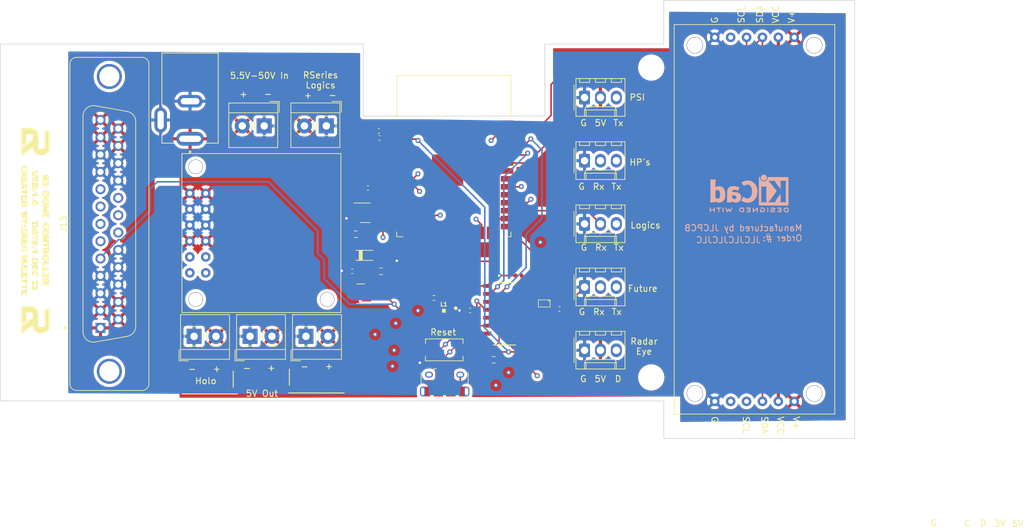
<source format=kicad_pcb>
(kicad_pcb (version 20211014) (generator pcbnew)
  (title_block (title "Dome Controller") (date "2022-12-01") (rev "2.0") (company "Created by: Greg Hulette") (comment 1 "- Controls Radar Eye LEDs") (comment 2 "- Controls Serial Comms to other devices") (comment 3 "- Controls Dome Panel Servos") (comment 4 "- Accepts ESP-NOW messages"))
  (layers (0 "F.Cu" signal) (1 "In1.Cu" signal) (2 "In2.Cu" signal) (31 "B.Cu" signal) (34 "B.Paste" user) (35 "F.Paste" user) (36 "B.SilkS" user "B.Silkscreen") (37 "F.SilkS" user "F.Silkscreen") (38 "B.Mask" user) (39 "F.Mask" user) (44 "Edge.Cuts" user))
  (net 0 "")
  (net 1 "RX_FU")
  (net 2 "GND")
  (net 3 "+3.3V")
  (net 4 "VIN")
  (net 5 "VBUS")
  (net 8 "D-")
  (net 9 "D+")
  (net 11 "unconnected-(J1-Pad6)")
  (net 12 "SCL")
  (net 13 "SDA")
  (net 14 "+5V")
  (net 15 "RX_RS")
  (net 16 "TX_RS")
  (net 17 "CL_D")
  (net 18 "Net-(R3-Pad1)")
  (net 19 "ST_LED_D")
  (net 24 "TX_HP")
  (net 25 "RX_HP")
  (net 26 "TX_FU")
  (net 27 "TX_PSI")
  (net 35 "GPIO0")
  (net 39 "TXD0")
  (net 40 "RXD0")
  (net 49 "DTR")
  (net 50 "RTS")
  (net 52 "RESET")
  (net 57 "+12V")
  (net 58 "Net-(L1-Pad3)")
  (net 62 "unconnected-(J13-Pad0)")
  (footprint "MountingHole:MountingHole_3.2mm_M3" (layer "F.Cu") (at 48.75 106.25)
    (fp_text reference "REF**" hide)
    (fp_text value "MountingHole_3.2mm_M3" hide)
  )
  (footprint "TerminalBlock_4Ucon:TerminalBlock_4Ucon_1x02_P3.50mm_Horizontal" (layer "F.Cu") (at 75.96 99.686)
    (fp_text reference "J7" hide)
    (fp_text value "HP" hide)
  )
  (footprint "Capacitor_SMD:C_0402_1005Metric" (layer "F.Cu") (at 101.214 89.292)
    (fp_text reference "C5" hide)
    (fp_text value "1uF" hide)
  )
  (footprint "Custom:UMT6" (layer "F.Cu") (at 131.901 94.4278 -90)
    (fp_text reference "U5" hide)
    (fp_text value "UMH3N" hide)
  )
  (footprint "Custom:WS2812B-2020" (layer "F.Cu") (at 115.866 96.195)
    (fp_text reference "L1")
    (fp_text value "WS2812B-2020")
  )
  (footprint "Custom:XKB_DC-005-5A-2.0" (layer "F.Cu") (at 75.314 62.124 -90)
    (fp_text reference "J14" hide)
    (fp_text value "DC-005-5A-2.0" hide)
  )
  (footprint "Resistor_SMD:R_0603_1608Metric" (layer "F.Cu") (at 101.788 83.374 180)
    (fp_text reference "R3" hide)
    (fp_text value "100K" hide)
  )
  (footprint "Capacitor_SMD:C_0402_1005Metric" (layer "F.Cu") (at 134.336 95.314)
    (fp_text reference "C1" hide)
    (fp_text value "100nF" hide)
  )
  (footprint "Capacitor_SMD:C_0402_1005Metric" (layer "F.Cu") (at 120.068 95.556 180)
    (fp_text reference "C4" hide)
    (fp_text value "10uF" hide)
  )
  (footprint "Connector_Molex:Molex_KK-254_AE-6410-03A_1x03_P2.54mm_Vertical" (layer "F.Cu") (at 138.342 81.723)
    (fp_text reference "J4" hide)
    (fp_text value "SERIAL_RS" hide)
  )
  (footprint "Connector_USB:USB_Micro-B_Amphenol_10118194_Horizontal" (layer "F.Cu") (at 115.988 107.208)
    (fp_text reference "J1" hide)
    (fp_text value "USB_B_Micro" hide)
  )
  (footprint "Capacitor_SMD:C_0402_1005Metric" (layer "F.Cu") (at 105.572 68.002 180)
    (fp_text reference "C3" hide)
    (fp_text value "100nF" hide)
  )
  (footprint "Resistor_SMD:R_0603_1608Metric" (layer "F.Cu") (at 105.834 89.3)
    (fp_text reference "R2" hide)
    (fp_text value "100K" hide)
  )
  (footprint "Connector_Molex:Molex_KK-254_AE-6410-03A_1x03_P2.54mm_Vertical" (layer "F.Cu") (at 138.342 61.534)
    (fp_text reference "J10" hide)
    (fp_text value "SERIAL_PSI" hide)
  )
  (footprint "Capacitor_SMD:C_0402_1005Metric" (layer "F.Cu") (at 103.736 75.998 180)
    (fp_text reference "C7" hide)
    (fp_text value "1uF" hide)
  )
  (footprint "Capacitor_SMD:C_0402_1005Metric" (layer "F.Cu") (at 105.48 66.878 180)
    (fp_text reference "C2" hide)
    (fp_text value "10uF" hide)
  )
  (footprint "TerminalBlock_4Ucon:TerminalBlock_4Ucon_1x02_P3.50mm_Horizontal" (layer "F.Cu") (at 84.899 99.686)
    (fp_text reference "J9" hide)
    (fp_text value "5V Out" hide)
  )
  (footprint "Connector_Molex:Molex_KK-254_AE-6410-03A_1x03_P2.54mm_Vertical" (layer "F.Cu") (at 138.342 91.8175)
    (fp_text reference "J11" hide)
    (fp_text value "SERIAL_FU" hide)
  )
  (footprint "RF_Module:ESP32-WROOM-32" (layer "F.Cu") (at 117.456 73.892)
    (fp_text reference "U1" hide)
    (fp_text value "ESP32-WROOM-32D_16MB_" hide)
  )
  (footprint "Custom:SOIC127P600X180-16N" (layer "F.Cu") (at 125.551 96.08)
    (fp_text reference "U4" hide)
    (fp_text value "CH340C" hide)
  )
  (footprint "TerminalBlock_4Ucon:TerminalBlock_4Ucon_1x02_P3.50mm_Horizontal" (layer "F.Cu") (at 93.838 99.686)
    (fp_text reference "J8" hide)
    (fp_text value "5V Out 2" hide)
  )
  (footprint "Pololu:D36V50F5-STEPDOWN" (layer "F.Cu") (at 86.709 83.191 -90)
    (fp_text reference "U6" hide)
    (fp_text value "D36V50F5-STEPDOWN")
  )
  (footprint "Capacitor_SMD:C_0402_1005Metric" (layer "F.Cu") (at 127.808 89.98 180)
    (fp_text reference "C6" hide)
    (fp_text value "100nF" hide)
  )
  (footprint "Package_TO_SOT_SMD:SOT-23" (layer "F.Cu") (at 102.58 92.866 180)
    (fp_text reference "U2" hide)
    (fp_text value "CJ2301_S1" hide)
  )
  (footprint "TerminalBlock_4Ucon:TerminalBlock_4Ucon_1x02_P3.50mm_Horizontal" (layer "F.Cu") (at 87.16 66.064 180)
    (fp_text reference "J5" hide)
    (fp_text value "12IN" hide)
  )
  (footprint "Package_TO_SOT_SMD:SOT-23-5" (layer "F.Cu") (at 103.316 79.95)
    (fp_text reference "U3" hide)
    (fp_text value "ME6211C33M5G" hide)
  )
  (footprint "MountingHole:MountingHole_3.2mm_M3" (layer "F.Cu") (at 48.75 56.75)
    (fp_text reference "REF**" hide)
    (fp_text value "MountingHole_3.2mm_M3" hide)
  )
  (footprint "Custom:SOD3716X135N" (layer "F.Cu") (at 103.1825 86.7425)
    (fp_text reference "CR1" hide)
    (fp_text value "B5819W-TP" hide)
  )
  (footprint "Custom:PCA9685" (layer "F.Cu") (at 165.494 80.994 90)
    (fp_text reference "U7" hide)
    (fp_text value "PCA9685")
  )
  (footprint "MountingHole:MountingHole_3.2mm_M3" (layer "F.Cu") (at 149 106.25)
    (fp_text reference "REF**" hide)
    (fp_text value "MountingHole_3.2mm_M3" hide)
  )
  (footprint "Logos:R2_Logo_V2" (layer "F.Cu") (at 50.262 97.092 -90)
    (fp_text reference "G***" hide)
    (fp_text value "LOGO" hide)
  )
  (footprint "TerminalBlock_4Ucon:TerminalBlock_4Ucon_1x02_P3.50mm_Horizontal" (layer "F.Cu") (at 97.086 66.06 180)
    (fp_text reference "J6" hide)
    (fp_text value "RSeries Logics" hide)
  )
  (footprint "Resistor_SMD:R_0402_1005Metric" (layer "F.Cu") (at 114.274 93.558)
    (fp_text reference "R4" hide)
    (fp_text value "220" hide)
  )
  (footprint "Connector_Dsub:DSUB-25_Male_Vertical_P2.77x2.84mm_MountingHoles" (layer "F.Cu") (at 61.003338 98.342 90)
    (fp_text reference "J13")
    (fp_text value "DB25_Male_MountingHoles")
  )
  (footprint "Logos:R2_Logo_V2" (layer "F.Cu") (at 50.262 68.644 -90)
    (fp_text reference "G***" hide)
    (fp_text value "LOGO" hide)
  )
  (footprint "Connector_Molex:Molex_KK-254_AE-6410-03A_1x03_P2.54mm_Vertical" (layer "F.Cu") (at 138.342 71.6285)
    (fp_text reference "J12" hide)
    (fp_text value "SERIAL_HP" hide)
  )
  (footprint "Logos:Dome_Controller_V2" (layer "F.Cu") (at 50.75179 82.614 -90)
    (fp_text reference "G***" hide)
    (fp_text value "LOGO" hide)
  )
  (footprint "MountingHole:MountingHole_3.2mm_M3" (layer "F.Cu") (at 149 56.75)
    (fp_text reference "REF**" hide)
    (fp_text value "MountingHole_3.2mm_M3" hide)
  )
  (footprint "Resistor_SMD:R_0603_1608Metric" (layer "F.Cu") (at 123.832 103.44 180)
    (fp_text reference "R1" hide)
    (fp_text value "10K" hide)
  )
  (footprint "Custom:TS-1101S-B-B-B-W-A" (layer "F.Cu") (at 115.927 101.841)
    (fp_text reference "SW1" hide)
    (fp_text value "SW_Push" hide)
  )
  (footprint "Connector_Molex:Molex_KK-254_AE-6410-03A_1x03_P2.54mm_Vertical" (layer "F.Cu") (at 138.342 101.912)
    (fp_text reference "J16" hide)
    (fp_text value "RadarEye" hide)
  )
  (footprint "Symbol:KiCad-Logo2_5mm_SilkScreen" (layer "B.Cu") (at 164.64 76.842 180)
    (fp_text reference "REF**" hide)
    (fp_text value "KiCad-Logo2_5mm_SilkScreen" hide)
  )
  (gr_line (start 91.18 104.92) (end 91.18 107.5) (layer "F.SilkS") (width 0.15))
  (gr_line (start 82.89 108.89) (end 74.02 108.89) (layer "F.SilkS") (width 0.15))
  (gr_line (start 82.21 105.23) (end 82.21 107.81) (layer "F.SilkS") (width 0.15))
  (gr_line (start 99.935 108.73) (end 91.065 108.73) (layer "F.SilkS") (width 0.15))
  (gr_line (start 103 53) (end 103 64.5) (layer "Edge.Cuts") (width 0.1))
  (gr_line locked (start 151 46) (end 181.5 46) (layer "Edge.Cuts") (width 0.1))
  (gr_line (start 181.5 46) (end 181.5 116) (layer "Edge.Cuts") (width 0.1))
  (gr_line (start 132 53) (end 151 53) (layer "Edge.Cuts") (width 0.1))
  (gr_line (start 151 116) (end 181.5 116) (layer "Edge.Cuts") (width 0.1))
  (gr_line (start 151 110) (end 45 110) (layer "Edge.Cuts") (width 0.1))
  (gr_line locked (start 45 53) (end 103 53) (layer "Edge.Cuts") (width 0.1))
  (gr_line (start 45 110) (end 45 53) (layer "Edge.Cuts") (width 0.1))
  (gr_line (start 151 46) (end 151 53) (layer "Edge.Cuts") (width 0.1))
  (gr_line (start 103 64.5) (end 132 64.5) (layer "Edge.Cuts") (width 0.1))
  (gr_line (start 151 110) (end 151 116) (layer "Edge.Cuts") (width 0.1))
  (gr_line (start 132 64.5) (end 132 53) (layer "Edge.Cuts") (width 0.1))
  (gr_text "Manufactured by JLCPCB\nOrder #:" (at 173.2 83.182) (layer "B.SilkS") (effects (font (size 1 1)) (justify left mirror)))
  (gr_text "JLCJLCJLCJLC" (at 161.3 84.292) (layer "B.SilkS") (effects (font (size 1 1)) (justify mirror)))
  (gr_text "VCC" (at 169.642 113.898571 270) (layer "F.SilkS") (effects (font (size 1 1))))
  (gr_text "SDA" (at 167.102 113.874762 270) (layer "F.SilkS") (effects (font (size 1 1))))
  (gr_text "SCL" (at 163.386 48.276381 90) (layer "F.SilkS") (effects (font (size 1 1))))
  (gr_text "Radar\nEye" (at 147.844 101.3) (layer "F.SilkS") (effects (font (size 1 1))))
  (gr_text "Tx" (at 143.734 65.596) (layer "F.SilkS") (effects (font (size 1 1))))
  (gr_text "5V Out" (at 86.8 108.81) (layer "F.SilkS") (effects (font (size 1 1))))
  (gr_text "Holo" (at 77.82 106.81) (layer "F.SilkS") (effects (font (size 1 1))))
  (gr_text "V+" (at 171.42 48.609714 90) (layer "F.SilkS") (effects (font (size 1 1))))
  (gr_text "SDA" (at 166.34 48.252571 90) (layer "F.SilkS") (effects (font (size 1 1))))
  (gr_text "Tx" (at 143.797714 85.49) (layer "F.SilkS") (effects (font (size 1 1))))
  (gr_text "+" (at 79.58 105.01 180) (layer "F.SilkS") (effects (font (size 1 1))))
  (gr_text "+" (at 83.85 60.99) (layer "F.SilkS") (effects (font (size 1 1))))
  (gr_text "-" (at 84.4 104.89 180) (layer "F.SilkS") (effects (font (size 1 1))))
  (gr_text "-" (at 87.76 60.96) (layer "F.SilkS") (effects (font (size 1 1))))
  (gr_text "5V" (at 140.893048 65.596) (layer "F.SilkS") (effects (font (size 1 1))))
  (gr_text "+" (at 94.16 61.18) (layer "F.SilkS") (effects (font (size 1 1))))
  (gr_text "5V" (at 207.529238 129.61) (layer "F.SilkS") (effects (font (size 1 1))))
  (gr_text "G" (at 159.142 112.97 270) (layer "F.SilkS") (effects (font (size 1 1))))
  (gr_text "D" (at 202.014 129.55) (layer "F.SilkS") (effects (font (size 1 1))))
  (gr_text "+" (at 88.31 104.86 180) (layer "F.SilkS") (effects (font (size 1 1))))
  (gr_text "D" (at 143.701714 106.49) (layer "F.SilkS") (effects (font (size 1 1))))
  (gr_text "G" (at 194.134 129.53) (layer "F.SilkS") (effects (font (size 1 1))))
  (gr_text "PSI" (at 146.762 61.5) (layer "F.SilkS") (effects (font (size 1 1))))
  (gr_text "Rx" (at 140.581048 75.756) (layer "F.SilkS") (effects (font (size 1 1))))
  (gr_text "V+" (at 172.182 113.517619 270) (layer "F.SilkS") (effects (font (size 1 1))))
  (gr_text "HP's" (at 147.201142 71.876) (layer "F.SilkS") (effects (font (size 1 1))))
  (gr_text "Tx" (at 143.422 75.756) (layer "F.SilkS") (effects (font (size 1 1))))
  (gr_text "5V" (at 140.860762 106.49) (layer "F.SilkS") (effects (font (size 1 1))))
  (gr_text "G" (at 159.142 49.157333 90) (layer "F.SilkS") (effects (font (size 1 1))))
  (gr_text "Tx" (at 143.475714 95.772) (layer "F.SilkS") (effects (font (size 1 1))))
  (gr_text "G" (at 138.178286 65.596) (layer "F.SilkS") (effects (font (size 1 1))))
  (gr_text "5.5V-50V In" (at 86.4 58.03) (layer "F.SilkS") (effects (font (size 1 1))))
  (gr_text "RSeries\nLogics" (at 96.16 58.76) (layer "F.SilkS") (effects (font (size 1 1))))
  (gr_text "3V" (at 204.704952 129.57) (layer "F.SilkS") (effects (font (size 1 1))))
  (gr_text "Logics" (at 148.075428 81.946) (layer "F.SilkS") (effects (font (size 1 1))))
  (gr_text "Rx" (at 140.634762 95.772) (layer "F.SilkS") (effects (font (size 1 1))))
  (gr_text "G" (at 137.866286 75.756) (layer "F.SilkS") (effects (font (size 1 1))))
  (gr_text "Rx" (at 140.956762 85.49) (layer "F.SilkS") (effects (font (size 1 1))))
  (gr_text "Future" (at 147.63 92.054) (layer "F.SilkS") (effects (font (size 1 1))))
  (gr_text "VCC" (at 168.88 48.228762 90) (layer "F.SilkS") (effects (font (size 1 1))))
  (gr_text "G" (at 137.92 95.772) (layer "F.SilkS") (effects (font (size 1 1))))
  (gr_text "-" (at 75.67 105.04 180) (layer "F.SilkS") (effects (font (size 1 1))))
  (gr_text "+" (at 97.53 104.6 180) (layer "F.SilkS") (effects (font (size 1 1))))
  (gr_text "Reset" (at 115.762 99.028) (layer "F.SilkS") (effects (font (size 1 1))))
  (gr_text "G" (at 138.146 106.49) (layer "F.SilkS") (effects (font (size 1 1))))
  (gr_text "SCL" (at 164.148 113.850952 270) (layer "F.SilkS") (effects (font (size 1 1))))
  (gr_text "-" (at 98.07 61.15) (layer "F.SilkS") (effects (font (size 1 1))))
  (gr_text "G" (at 138.242 85.49) (layer "F.SilkS") (effects (font (size 1 1))))
  (gr_text "-" (at 93.62 104.63 180) (layer "F.SilkS") (effects (font (size 1 1))))
  (gr_text "C" (at 199.484 129.6) (layer "F.SilkS") (effects (font (size 1 1))))
  (segment (start 128.199 75.797) (end 128.24 75.756) (width 0.25) (layer "F.Cu") (net 1))
  (segment (start 125.956 75.797) (end 128.199 75.797) (width 0.25) (layer "F.Cu") (net 1))
  (via (at 128.24 75.756) (size 0.8) (drill 0.4) (layers "F.Cu" "B.Cu") (net 1))
  (segment (start 100.734 89.292) (end 100.66 89.218) (width 0.25) (layer "F.Cu") (net 2))
  (segment (start 111.706 65.637) (end 108.956 65.637) (width 0.25) (layer "F.Cu") (net 2))
  (segment (start 117.288 106.682022) (end 117.288 105.808) (width 0.25) (layer "F.Cu") (net 2))
  (segment (start 111.741 84.218) (end 108.3465 87.6125) (width 0.25) (layer "F.Cu") (net 2))
  (segment (start 119.577 95.545) (end 118.357 95.545) (width 0.25) (layer "F.Cu") (net 2))
  (segment (start 124.684 89.98) (end 124.456 89.98) (width 0.25) (layer "F.Cu") (net 2))
  (segment (start 124.456 89.98) (end 122.801 91.635) (width 0.25) (layer "F.Cu") (net 2))
  (segment (start 105 66.74) (end 104.32 66.06) (width 0.25) (layer "F.Cu") (net 2))
  (segment (start 108.3465 87.6125) (end 106.659 89.3) (width 0.25) (layer "F.Cu") (net 2))
  (segment (start 104.32 66.06) (end 106.10893 66.06) (width 0.25) (layer "F.Cu") (net 2))
  (segment (start 112.027 106.279) (end 112.555511 106.807511) (width 0.25) (layer "F.Cu") (net 2))
  (segment (start 103.256 69.838) (end 105.092 68.002) (width 0.25) (layer "F.Cu") (net 2))
  (segment (start 111.741 81.841) (end 116.456 77.126) (width 0.25) (layer "F.Cu") (net 2))
  (segment (start 122.357 65.637) (end 125.956 65.637) (width 0.25) (layer "F.Cu") (net 2))
  (segment (start 105.092 66.97) (end 105 66.878) (width 0.25) (layer "F.Cu") (net 2))
  (segment (start 116.456 77.126) (end 116.456 73.137) (width 0.25) (layer "F.Cu") (net 2))
  (segment (start 106.10893 66.06) (end 106.53193 65.637) (width 0.25) (layer "F.Cu") (net 2))
  (segment (start 101.186 79.95) (end 100.3 80.836) (width 0.25) (layer "F.Cu") (net 2))
  (segment (start 112.027 103.907) (end 112.027 106.279) (width 0.25) (layer "F.Cu") (net 2))
  (segment (start 100.66 89.218) (end 99.538 89.218) (width 0.25) (layer "F.Cu") (net 2))
  (segment (start 112.555511 106.807511) (end 117.162511 106.807511) (width 0.25) (layer "F.Cu") (net 2))
  (segment (start 127.328 89.98) (end 124.684 89.98) (width 0.25) (layer "F.Cu") (net 2))
  (segment (start 105.092 68.002) (end 105.092 66.97) (width 0.25) (layer "F.Cu") (net 2))
  (segment (start 134.8455 95.314) (end 138.342 91.8175) (width 0.25) (layer "F.Cu") (net 2))
  (segment (start 97.086 66.06) (end 104.32 66.06) (width 0.25) (layer "F.Cu") (net 2))
  (segment (start 117.162511 106.807511) (end 117.288 106.682022) (width 0.25) (layer "F.Cu") (net 2))
  (segment (start 122.801 91.635) (end 121.251 91.635) (width 0.25) (layer "F.Cu") (net 2))
  (segment (start 111.741 83.147) (end 111.741 81.841) (width 0.25) (layer "F.Cu") (net 2))
  (segment (start 119.588 95.556) (end 119.577 95.545) (width 0.25) (layer "F.Cu") (net 2))
  (segment (start 112.027 101.841) (end 112.027 103.907) (width 0.25) (layer "F.Cu") (net 2))
  (segment (start 134.816 95.314) (end 134.8455 95.314) (width 0.25) (layer "F.Cu") (net 2))
  (segment (start 106.53193 65.637) (end 108.956 65.637) (width 0.25) (layer "F.Cu") (net 2))
  (segment (start 116.456 71.538) (end 122.357 65.637) (width 0.25) (layer "F.Cu") (net 2))
  (segment (start 111.741 83.147) (end 111.741 84.218) (width 0.25) (layer "F.Cu") (net 2))
  (segment (start 121.251 91.635) (end 119.588 93.298) (width 0.25) (layer "F.Cu") (net 2))
  (segment (start 116.456 73.137) (end 116.456 70.387) (width 0.25) (layer "F.Cu") (net 2))
  (segment (start 118.357 95.545) (end 116.881 95.545) (width 0.25) (layer "F.Cu") (net 2))
  (segment (start 116.456 70.387) (end 111.706 65.637) (width 0.25) (layer "F.Cu") (net 2))
  (segment (start 119.588 93.298) (end 119.588 95.556) (width 0.25) (layer "F.Cu") (net 2))
  (segment (start 116.456 73.137) (end 116.456 71.538) (width 0.25) (layer "F.Cu") (net 2))
  (segment (start 103.256 75.998) (end 103.256 69.838) (width 0.25) (layer "F.Cu") (net 2))
  (segment (start 102.1785 79.95) (end 101.186 79.95) (width 0.25) (layer "F.Cu") (net 2))
  (segment (start 105 66.878) (end 105 66.74) (width 0.25) (layer "F.Cu") (net 2))
  (via (at 112.027 103.907) (size 0.8) (drill 0.4) (layers "F.Cu" "B.Cu") (net 2))
  (via (at 108.3465 87.6125) (size 0.8) (drill 0.4) (layers "F.Cu" "B.Cu") (net 2))
  (via (at 118.357 95.545) (size 0.8) (drill 0.4) (layers "F.Cu" "B.Cu") (net 2))
  (via (at 124.684 89.98) (size 0.8) (drill 0.4) (layers "F.Cu" "B.Cu") (net 2))
  (via (at 100.3 80.836) (size 0.8) (drill 0.4) (layers "F.Cu" "B.Cu") (net 2))
  (via (at 99.538 89.218) (size 0.8) (drill 0.4) (layers "F.Cu" "B.Cu") (net 2))
  (segment (start 104.4535 76.2355) (end 104.4535 79) (width 0.25) (layer "F.Cu") (net 3))
  (segment (start 106.142 80.6885) (end 106.142 83.884) (width 0.25) (layer "F.Cu") (net 3))
  (segment (start 122.529 95.445) (end 121.128 94.044) (width 0.25) (layer "F.Cu") (net 3))
  (segment (start 106.904 75.756) (end 106.904 67.709) (width 0.25) (layer "F.Cu") (net 3))
  (segment (start 104.4535 79) (end 104.4535 78.2065) (width 0.25) (layer "F.Cu") (net 3))
  (segment (start 121.128 94.976) (end 120.548 95.556) (width 0.25) (layer "F.Cu") (net 3))
  (segment (start 128.301 89.993) (end 128.288 89.98) (width 0.25) (layer "F.Cu") (net 3))
  (segment (start 104.216 75.998) (end 104.4535 76.2355) (width 0.25) (layer "F.Cu") (net 3))
  (segment (start 106.904 67.709) (end 107.706 66.907) (width 0.25) (layer "F.Cu") (net 3))
  (segment (start 124.657 103.44) (end 128.238 103.44) (width 0.254) (layer "F.Cu") (net 3))
  (segment (start 127.855 91.635) (end 124.045 95.445) (width 0.25) (layer "F.Cu") (net 3))
  (segment (start 169.304 51.911) (end 169.304 110.077) (width 0.5) (layer "F.Cu") (net 3))
  (segment (start 107.706 66.907) (end 108.956 66.907) (width 0.25) (layer "F.Cu") (net 3))
  (segment (start 105.989 66.907) (end 105.96 66.878) (width 0.25) (layer "F.Cu") (net 3))
  (segment (start 128.301 91.635) (end 128.301 89.993) (width 0.25) (layer "F.Cu") (net 3))
  (segment (start 104.4535 79) (end 106.142 80.6885) (width 0.25) (layer "F.Cu") (net 3))
  (segment (start 128.238 103.44) (end 130.78 105.982) (width 0.254) (layer "F.Cu") (net 3))
  (segment (start 121.128 94.044) (end 121.128 94.976) (width 0.25) (layer "F.Cu") (net 3))
  (segment (start 108.956 66.907) (end 105.989 66.907) (width 0.25) (layer "F.Cu") (net 3))
  (segment (start 107.147 66.907) (end 106.052 68.002) (width 0.25) (layer "F.Cu") (net 3))
  (segment (start 124.045 95.445) (end 122.801 95.445) (width 0.25) (layer "F.Cu") (net 3))
  (segment (start 104.4535 78.2065) (end 106.904 75.756) (width 0.25) (layer "F.Cu") (net 3))
  (segment (start 128.301 91.635) (end 127.855 91.635) (width 0.25) (layer "F.Cu") (net 3))
  (segment (start 122.801 95.445) (end 122.529 95.445) (width 0.25) (layer "F.Cu") (net 3))
  (segment (start 108.956 66.907) (end 107.147 66.907) (width 0.25) (layer "F.Cu") (net 3))
  (via (at 121.128 94.044) (size 0.8) (drill 0.4) (layers "F.Cu" "B.Cu") (net 3))
  (via (at 106.142 83.884) (size 0.8) (drill 0.4) (layers "F.Cu" "B.Cu") (net 3))
  (via (at 130.78 105.982) (size 0.8) (drill 0.4) (layers "F.Cu" "B.Cu") (net 3))
  (segment (start 102.1785 79) (end 99.85 79) (width 0.25) (layer "F.Cu") (net 4))
  (segment (start 99.538 82.106) (end 100.806 83.374) (width 0.25) (layer "F.Cu") (net 4))
  (segment (start 101.5442 83.9552) (end 101.5442 86.7425) (width 0.25) (layer "F.Cu") (net 4))
  (segment (start 103.5175 91.1155) (end 101.694 89.292) (width 0.25) (layer "F.Cu") (net 4))
  (segment (start 101.5442 86.7425) (end 101.5442 89.1422) (width 0.25) (layer "F.Cu") (net 4))
  (segment (start 100.806 83.374) (end 100.963 83.374) (width 0.25) (layer "F.Cu") (net 4))
  (segment (start 99.538 79.312) (end 99.538 82.106) (width 0.25) (layer "F.Cu") (net 4))
  (segment (start 100.963 83.374) (end 101.5442 83.9552) (width 0.25) (layer "F.Cu") (net 4))
  (segment (start 101.5442 89.1422) (end 101.694 89.292) (width 0.25) (layer "F.Cu") (net 4))
  (segment (start 99.85 79) (end 99.538 79.312) (width 0.25) (layer "F.Cu") (net 4))
  (segment (start 103.5175 91.916) (end 103.5175 91.1155) (width 0.25) (layer "F.Cu") (net 4))
  (segment (start 104.8208 86.7425) (end 104.8208 89.1118) (width 0.25) (layer "F.Cu") (net 5))
  (segment (start 114.688 101.32) (end 107.92 94.552) (width 0.25) (layer "F.Cu") (net 5))
  (segment (start 104.338 93.816) (end 105.38 92.774) (width 0.25) (layer "F.Cu") (net 5))
  (segment (start 114.688 105.808) (end 114.688 101.32) (width 0.25) (layer "F.Cu") (net 5))
  (segment (start 103.5175 93.816) (end 104.338 93.816) (width 0.25) (layer "F.Cu") (net 5))
  (segment (start 104.8208 89.1118) (end 105.009 89.3) (width 0.25) (layer "F.Cu") (net 5))
  (segment (start 107.184 93.816) (end 103.5175 93.816) (width 0.25) (layer "F.Cu") (net 5))
  (segment (start 105.38 92.774) (end 105.38 89.671) (width 0.25) (layer "F.Cu") (net 5))
  (segment (start 105.38 89.671) (end 105.009 89.3) (width 0.25) (layer "F.Cu") (net 5))
  (segment (start 107.92 94.552) (end 107.184 93.816) (width 0.25) (layer "F.Cu") (net 5))
  (via (at 107.92 94.552) (size 0.8) (drill 0.4) (layers "F.Cu" "B.Cu") (net 5))
  (segment (start 95.728 82.868) (end 95.728 86.435443) (width 0.254) (layer "B.Cu") (net 5))
  (segment (start 64.309955 84.233511) (end 68.92 79.623466) (width 0.254) (layer "B.Cu") (net 5))
  (segment (start 68.92 79.623466) (end 68.92 76.148) (width 0.254) (layer "B.Cu") (net 5))
  (segment (start 70.074 74.994) (end 87.854 74.994) (width 0.254) (layer "B.Cu") (net 5))
  (segment (start 63.893699 84.233511) (end 64.309955 84.233511) (width 0.254) (layer "B.Cu") (net 5))
  (segment (start 96.744 87.451443) (end 96.744 90.488) (width 0.254) (layer "B.Cu") (net 5))
  (segment (start 68.92 76.148) (end 70.074 74.994) (width 0.254) (layer "B.Cu") (net 5))
  (segment (start 95.728 86.435443) (end 96.744 87.451443) (width 0.254) (layer "B.Cu") (net 5))
  (segment (start 87.854 74.994) (end 95.728 82.868) (width 0.254) (layer "B.Cu") (net 5))
  (segment (start 96.744 90.488) (end 100.808 94.552) (width 0.254) (layer "B.Cu") (net 5))
  (segment (start 61.003338 87.262) (end 61.003338 87.123872) (width 0.254) (layer "B.Cu") (net 5))
  (segment (start 100.808 94.552) (end 107.92 94.552) (width 0.254) (layer "B.Cu") (net 5))
  (segment (start 61.003338 87.123872) (end 63.893699 84.233511) (width 0.254) (layer "B.Cu") (net 5))
  (segment (start 119.092 97.985) (end 122.801 97.985) (width 0.2) (layer "F.Cu") (net 8))
  (segment (start 116.1115 100.9655) (end 119.092 97.985) (width 0.2) (layer "F.Cu") (net 8))
  (segment (start 115.338 105.808) (end 115.338 101.739) (width 0.2) (layer "F.Cu") (net 8))
  (segment (start 115.338 101.739) (end 116.1115 100.9655) (width 0.2) (layer "F.Cu") (net 8))
  (via (at 116.1115 100.9655) (size 0.8) (drill 0.4) (layers "F.Cu" "B.Cu") (net 8))
  (segment (start 123.16 102.172) (end 124.684 100.648) (width 0.2) (layer "F.Cu") (net 9))
  (segment (start 121.636 101.664) (end 122.144 102.172) (width 0.2) (layer "F.Cu") (net 9))
  (segment (start 124.684 97.6) (end 123.799 96.715) (width 0.2) (layer "F.Cu") (net 9))
  (segment (start 121.636 100.902) (end 121.636 101.664) (width 0.2) (layer "F.Cu") (net 9))
  (segment (start 120.874 100.14) (end 121.636 100.902) (width 0.2) (layer "F.Cu") (net 9))
  (segment (start 115.988 102.994) (end 116.81 102.172) (width 0.2) (layer "F.Cu") (net 9))
  (segment (start 118.842 100.14) (end 120.874 100.14) (width 0.2) (layer "F.Cu") (net 9))
  (segment (start 116.81 102.172) (end 118.842 100.14) (width 0.2) (layer "F.Cu") (net 9))
  (segment (start 124.684 100.648) (end 124.684 97.6) (width 0.2) (layer "F.Cu") (net 9))
  (segment (start 115.988 105.808) (end 115.988 102.994) (width 0.2) (layer "F.Cu") (net 9))
  (segment (start 122.144 102.172) (end 123.16 102.172) (width 0.2) (layer "F.Cu") (net 9))
  (segment (start 123.799 96.715) (end 122.801 96.715) (width 0.2) (layer "F.Cu") (net 9))
  (via (at 116.81 102.172) (size 0.8) (drill 0.4) (layers "F.Cu" "B.Cu") (net 9))
  (segment (start 116.988 108.508) (end 114.988 108.508) (width 0.254) (layer "F.Cu") (net 11))
  (segment (start 114.988 108.508) (end 113.088 108.508) (width 0.254) (layer "F.Cu") (net 11))
  (segment (start 119.488 108.508) (end 116.988 108.508) (width 0.254) (layer "F.Cu") (net 11))
  (segment (start 118.488 105.808) (end 118.488 107.508) (width 0.254) (layer "F.Cu") (net 11))
  (segment (start 118.488 107.508) (end 119.488 108.508) (width 0.254) (layer "F.Cu") (net 11))
  (segment (start 164.224 53.488) (end 164.224 51.911) (width 0.25) (layer "F.Cu") (net 12))
  (segment (start 144.80848 57.78048) (end 147.798 60.77) (width 0.25) (layer "F.Cu") (net 12))
  (segment (start 129.51 66.612) (end 130.78 66.612) (width 0.25) (layer "F.Cu") (net 12))
  (segment (start 132.99948 59.438803) (end 134.657803 57.78048) (width 0.25) (layer "F.Cu") (net 12))
  (segment (start 147.798 60.77) (end 156.942 60.77) (width 0.25) (layer "F.Cu") (net 12))
  (segment (start 134.657803 57.78048) (end 144.80848 57.78048) (width 0.25) (layer "F.Cu") (net 12))
  (segment (start 156.942 60.77) (end 164.224 53.488) (width 0.25) (layer "F.Cu") (net 12))
  (segment (start 125.956 68.177) (end 127.945 68.177) (width 0.25) (layer "F.Cu") (net 12))
  (segment (start 132.99948 64.39252) (end 132.99948 59.438803) (width 0.25) (layer "F.Cu") (net 12))
  (segment (start 127.945 68.177) (end 129.51 66.612) (width 0.25) (layer "F.Cu") (net 12))
  (segment (start 130.78 66.612) (end 132.99948 64.39252) (width 0.25) (layer "F.Cu") (net 12))
  (segment (start 125.956 71.987) (end 129.215 71.987) (width 0.25) (layer "F.Cu") (net 13))
  (segment (start 129.215 71.987) (end 133.828 67.374) (width 0.25) (layer "F.Cu") (net 13))
  (segment (start 166.764 110.077) (end 166.764 51.911) (width 0.254) (layer "F.Cu") (net 13))
  (segment (start 147.798 61.532) (end 157.143 61.532) (width 0.25) (layer "F.Cu") (net 13))
  (segment (start 133.828 67.374) (end 133.828 59.246) (width 0.25) (layer "F.Cu") (net 13))
  (segment (start 133.828 59.246) (end 134.844 58.23) (width 0.25) (layer "F.Cu") (net 13))
  (segment (start 134.844 58.23) (end 144.496 58.23) (width 0.25) (layer "F.Cu") (net 13))
  (segment (start 144.496 58.23) (end 147.798 61.532) (width 0.25) (layer "F.Cu") (net 13))
  (segment (start 157.143 61.532) (end 166.764 51.911) (width 0.25) (layer "F.Cu") (net 13))
  (via (at 111.73 95.568) (size 0.8) (drill 0.4) (layers "F.Cu" "B.Cu") (net 14))
  (via (at 126.208 105.474) (size 0.8) (drill 0.4) (layers "F.Cu" "B.Cu") (net 14))
  (via (at 107.92 101.918) (size 0.8) (drill 0.4) (layers "F.Cu" "B.Cu") (net 14))
  (via (at 124.176 107.506) (size 0.8) (drill 0.4) (layers "F.Cu" "B.Cu") (net 14))
  (via (at 107.666 104.458) (size 0.8) (drill 0.4) (layers "F.Cu" "B.Cu") (net 14))
  (via (at 108.174 97.6) (size 0.8) (drill 0.4) (layers "F.Cu" "B.Cu") (net 14))
  (via (at 104.872 99.378) (size 0.8) (drill 0.4) (layers "F.Cu" "B.Cu") (net 14))
  (via (at 131.288 84.646) (size 0.8) (drill 0.4) (layers "F.Cu" "B.Cu") (net 14))
  (segment (start 125.956 79.607) (end 138.766 79.607) (width 0.25) (layer "F.Cu") (net 15))
  (segment (start 138.766 79.607) (end 140.882 81.723) (width 0.25) (layer "F.Cu") (net 15))
  (segment (start 121.901 81.863) (end 121.001 80.963) (width 0.25) (layer "F.Cu") (net 16))
  (segment (start 121.901 83.147) (end 121.901 81.863) (width 0.25) (layer "F.Cu") (net 16))
  (via (at 121.001 80.963) (size 0.8) (drill 0.4) (layers "F.Cu" "B.Cu") (net 16))
  (segment (start 124.897 66.907) (end 123.414 68.39) (width 0.25) (layer "F.Cu") (net 17))
  (segment (start 125.956 66.907) (end 124.897 66.907) (width 0.25) (layer "F.Cu") (net 17))
  (via (at 123.414 68.39) (size 0.8) (drill 0.4) (layers "F.Cu" "B.Cu") (net 17))
  (segment (start 102.613 83.374) (end 102.613 81.3345) (width 0.25) (layer "F.Cu") (net 18))
  (segment (start 102.613 81.3345) (end 102.1785 80.9) (width 0.25) (layer "F.Cu") (net 18))
  (segment (start 124.631489 86.730511) (end 124.631489 81.142511) (width 0.25) (layer "F.Cu") (net 19))
  (segment (start 124.631489 81.142511) (end 124.897 80.877) (width 0.25) (layer "F.Cu") (net 19))
  (segment (start 119.628 87.694) (end 123.668 87.694) (width 0.25) (layer "F.Cu") (net 19))
  (segment (start 113.764 93.558) (end 119.628 87.694) (width 0.25) (layer "F.Cu") (net 19))
  (segment (start 123.668 87.694) (end 124.631489 86.730511) (width 0.25) (layer "F.Cu") (net 19))
  (segment (start 124.897 80.877) (end 125.956 80.877) (width 0.25) (layer "F.Cu") (net 19))
  (segment (start 110.927 74.527) (end 111.73 73.724) (width 0.25) (layer "F.Cu") (net 24))
  (segment (start 108.956 74.527) (end 110.927 74.527) (width 0.25) (layer "F.Cu") (net 24))
  (via (at 111.73 73.724) (size 0.8) (drill 0.4) (layers "F.Cu" "B.Cu") (net 24))
  (segment (start 111.263 75.797) (end 111.984 76.518) (width 0.25) (layer "F.Cu") (net 25))
  (segment (start 108.956 75.797) (end 111.263 75.797) (width 0.25) (layer "F.Cu") (net 25))
  (via (at 111.984 76.518) (size 0.8) (drill 0.4) (layers "F.Cu" "B.Cu") (net 25))
  (segment (start 125.956 78.337) (end 129.215 78.337) (width 0.25) (layer "F.Cu") (net 26))
  (segment (start 129.215 78.337) (end 129.764 77.788) (width 0.25) (layer "F.Cu") (net 26))
  (via (at 129.764 77.788) (size 0.8) (drill 0.4) (layers "F.Cu" "B.Cu") (net 26))
  (segment (start 113.011 83.147) (end 113.011 81.897) (width 0.25) (layer "F.Cu") (net 27))
  (segment (start 114.58 80.328) (end 115.286 80.328) (width 0.25) (layer "F.Cu") (net 27))
  (segment (start 113.011 81.897) (end 114.58 80.328) (width 0.25) (layer "F.Cu") (net 27))
  (via (at 115.286 80.328) (size 0.8) (drill 0.4) (layers "F.Cu" "B.Cu") (net 27))
  (segment (start 131.251 93.5028) (end 131.251 87.442) (width 0.25) (layer "F.Cu") (net 35))
  (segment (start 131.251 87.442) (end 125.956 82.147) (width 0.25) (layer "F.Cu") (net 35))
  (segment (start 123.537 94.175) (end 125.954 91.758) (width 0.25) (layer "F.Cu") (net 39))
  (segment (start 122.801 94.175) (end 123.537 94.175) (width 0.25) (layer "F.Cu") (net 39))
  (segment (start 128.453 69.447) (end 129.764 68.136) (width 0.25) (layer "F.Cu") (net 39))
  (segment (start 125.956 69.447) (end 128.453 69.447) (width 0.25) (layer "F.Cu") (net 39))
  (via (at 125.954 91.758) (size 0.8) (drill 0.4) (layers "F.Cu" "B.Cu") (net 39))
  (via (at 129.764 68.136) (size 0.8) (drill 0.4) (layers "F.Cu" "B.Cu") (net 39))
  (segment (start 129.002 88.71) (end 129.002 83.376) (width 0.25) (layer "B.Cu") (net 39))
  (segment (start 131.542 80.836) (end 131.542 69.914) (width 0.25) (layer "B.Cu") (net 39))
  (segment (start 129.002 83.376) (end 131.542 80.836) (width 0.25) (layer "B.Cu") (net 39))
  (segment (start 131.542 69.914) (end 129.764 68.136) (width 0.25) (layer "B.Cu") (net 39))
  (segment (start 125.954 91.758) (end 129.002 88.71) (width 0.25) (layer "B.Cu") (net 39))
  (segment (start 122.801 92.905) (end 123.283 92.905) (width 0.25) (layer "F.Cu") (net 40))
  (segment (start 123.283 92.905) (end 124.43 91.758) (width 0.25) (layer "F.Cu") (net 40))
  (segment (start 128.961 70.717) (end 129.256 70.422) (width 0.25) (layer "F.Cu") (net 40))
  (segment (start 125.956 70.717) (end 128.961 70.717) (width 0.25) (layer "F.Cu") (net 40))
  (via (at 124.43 91.758) (size 0.8) (drill 0.4) (layers "F.Cu" "B.Cu") (net 40))
  (via (at 129.256 70.422) (size 0.8) (drill 0.4) (layers "F.Cu" "B.Cu") (net 40))
  (segment (start 125.446 74.232) (end 129.256 70.422) (width 0.25) (layer "B.Cu") (net 40))
  (segment (start 124.43 91.758) (end 125.446 90.742) (width 0.25) (layer "B.Cu") (net 40))
  (segment (start 125.446 90.742) (end 125.446 74.232) (width 0.25) (layer "B.Cu") (net 40))
  (segment (start 131.251 94.589) (end 131.901 93.939) (width 0.25) (layer "F.Cu") (net 49))
  (segment (start 128.301 95.445) (end 128.3932 95.3528) (width 0.25) (layer "F.Cu") (net 49))
  (segment (start 131.251 95.3528) (end 131.251 94.589) (width 0.25) (layer "F.Cu") (net 49))
  (segment (start 128.3932 95.3528) (end 131.251 95.3528) (width 0.25) (layer "F.Cu") (net 49))
  (segment (start 131.901 93.939) (end 131.901 93.5028) (width 0.25) (layer "F.Cu") (net 49))
  (segment (start 131.901 95.3528) (end 131.901 94.574718) (width 0.25) (layer "F.Cu") (net 50))
  (segment (start 126.716 95.635115) (end 126.716 101.41) (width 0.25) (layer "F.Cu") (net 50))
  (segment (start 128.176115 94.175) (end 126.716 95.635115) (width 0.25) (layer "F.Cu") (net 50))
  (segment (start 131.901 99.781) (end 131.901 95.3528) (width 0.25) (layer "F.Cu") (net 50))
  (segment (start 130.018 101.664) (end 131.901 99.781) (width 0.25) (layer "F.Cu") (net 50))
  (segment (start 128.301 94.175) (end 128.176115 94.175) (width 0.25) (layer "F.Cu") (net 50))
  (segment (start 132.551 93.924718) (end 132.551 93.5028) (width 0.25) (layer "F.Cu") (net 50))
  (segment (start 126.97 101.664) (end 130.018 101.664) (width 0.25) (layer "F.Cu") (net 50))
  (segment (start 131.901 94.574718) (end 132.551 93.924718) (width 0.25) (layer "F.Cu") (net 50))
  (segment (start 126.716 101.41) (end 126.97 101.664) (width 0.25) (layer "F.Cu") (net 50))
  (segment (start 108.956 68.177) (end 111.517 68.177) (width 0.25) (layer "F.Cu") (net 52))
  (segment (start 123.922 102.172) (end 126.208 102.172) (width 0.25) (layer "F.Cu") (net 52))
  (segment (start 133.8172 95.3528) (end 133.856 95.314) (width 0.25) (layer "F.Cu") (net 52))
  (segment (start 132.558 100.14) (end 132.551 100.133) (width 0.25) (layer "F.Cu") (net 52))
  (segment (start 123.007 103.44) (end 123.007 103.087) (width 0.25) (layer "F.Cu") (net 52))
  (segment (start 121.426 103.44) (end 119.827 101.841) (width 0.25) (layer "F.Cu") (net 52))
  (segment (start 123.007 103.087) (end 123.922 102.172) (width 0.25) (layer "F.Cu") (net 52))
  (segment (start 132.551 100.133) (end 132.551 95.3528) (width 0.25) (layer "F.Cu") (net 52))
  (segment (start 123.007 103.44) (end 121.426 103.44) (width 0.25) (layer "F.Cu") (net 52))
  (segment (start 130.526 102.172) (end 132.558 100.14) (width 0.25) (layer "F.Cu") (net 52))
  (segment (start 111.517 68.177) (end 111.73 68.39) (width 0.25) (layer "F.Cu") (net 52))
  (segment (start 126.208 102.172) (end 130.526 102.172) (width 0.25) (layer "F.Cu") (net 52))
  (segment (start 132.551 95.3528) (end 133.8172 95.3528) (width 0.25) (layer "F.Cu") (net 52))
  (via (at 126.208 102.172) (size 0.8) (drill 0.4) (layers "F.Cu" "B.Cu") (net 52))
  (via (at 111.73 68.39) (size 0.8) (drill 0.4) (layers "F.Cu" "B.Cu") (net 52))
  (segment (start 122.398 79.058) (end 122.398 98.362) (width 0.25) (layer "B.Cu") (net 52))
  (segment (start 111.73 68.39) (end 122.398 79.058) (width 0.25) (layer "B.Cu") (net 52))
  (segment (start 122.398 98.362) (end 126.208 102.172) (width 0.25) (layer "B.Cu") (net 52))
  (segment (start 114.784 93.558) (end 114.784 95.478) (width 0.25) (layer "F.Cu") (net 58))
  (segment (start 114.784 95.478) (end 114.851 95.545) (width 0.25) (layer "F.Cu") (net 58))
  (zone (net 14) (net_name "+5V") (layer "F.Cu") (connect_pads (clearance 0.508)) (min_thickness 0.254) (fill yes (thermal_gap 0.508) (thermal_bridge_width 0.508))
    (polygon (pts (xy 180.056 48.07) (xy 180.056 113.094) (xy 153.64 113.348) (xy 153.64 109.284) (xy 73.63 109.538) (xy 73.63 96.076) (xy 85.568 96.076) (xy 85.568 79.058) (xy 80.488 79.058) (xy 73.63 78.804) (xy 73.63 74.232) (xy 102.84 74.232) (xy 102.84 64.58) (xy 133.32 64.58) (xy 133.32 53.658) (xy 151.862 53.658) (xy 151.862 48.07)))
  )
  (zone (net 57) (net_name "+12V") (layer "F.Cu") (connect_pads (clearance 0.508)) (min_thickness 0.254) (fill yes (thermal_gap 0.508) (thermal_bridge_width 0.508))
    (polygon (pts (xy 100.046 70.168) (xy 69.566 70.168) (xy 69.82 83.376) (xy 82.52 83.376) (xy 82.774 91.25) (xy 69.82 90.996) (xy 69.566 100.648) (xy 57.882 100.648) (xy 58.136 61.278) (xy 100.046 61.024)))
  )
  (zone (net 2) (net_name "GND") (layer "B.Cu") (connect_pads (clearance 0.508)) (min_thickness 0.254) (fill yes (thermal_gap 0.508) (thermal_bridge_width 0.508))
    (polygon (pts (xy 180.056 113.094) (xy 153.64 113.348) (xy 153.64 109.284) (xy 55.85 108.776) (xy 55.85 54.166) (xy 102.586 54.42) (xy 102.586 64.834) (xy 133.32 65.342) (xy 133.32 54.166) (xy 151.862 54.166) (xy 151.862 47.816) (xy 180.056 48.07)))
  )
)
</source>
